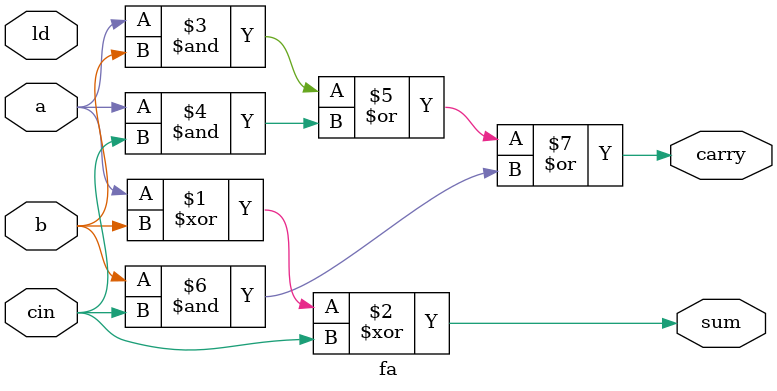
<source format=v>
`timescale 1ns / 1ps

module fa(
    //input  wire clk,
    input  wire ld,
    input  wire a,
    input  wire b,
    input  wire cin,
    output sum,
    output carry
);


   assign sum = a^b^cin;
   assign carry = (a&b) | (a&cin) | (b&cin);
        
//    always @(posedge clk) begin
//        if(ld == 1'b1) begin
//        sum = a^b^cin;
//        carry = (a&b) | (a&cin) | (b&cin);
//        end     
//    end

endmodule

</source>
